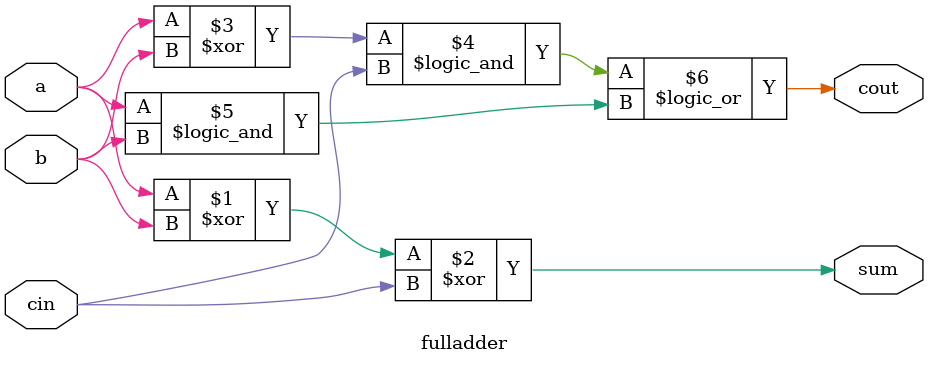
<source format=v>
module top_module (
    input [7:0] a,
    input [7:0] b,
    output [7:0] s,
    output overflow
); 
    wire carry0, carry1, carry2, carry3, carry4, carry5, carry6, carry7;
    fulladder I1(a[0], b[0], 0,      carry0, s[0]);
    fulladder I2(a[1], b[1], carry0, carry1, s[1]);
    fulladder I3(a[2], b[2], carry1, carry2, s[2]);
    fulladder I4(a[3], b[3], carry2, carry3, s[3]);
    fulladder I5(a[4], b[4], carry3, carry4, s[4]);
    fulladder I6(a[5], b[5], carry4, carry5, s[5]);
    fulladder I7(a[6], b[6], carry5, carry6, s[6]);
    fulladder I8(a[7], b[7], carry6, carry7, s[7]);
    
	assign overflow = (~(a[7] ^ b[7])) & (s[7] != a[7]);
    
endmodule

module fulladder( 
    input a, b, cin,
    output cout, sum );
    
    assign sum = a^b^cin;
    assign cout = (a^b && cin) || (a&&b);
endmodule

</source>
